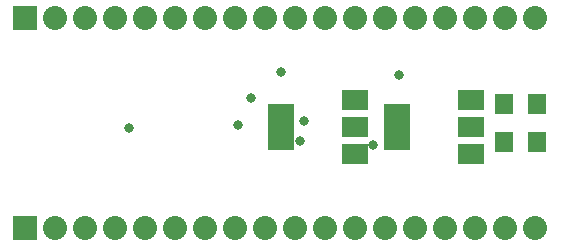
<source format=gbs>
G75*
%MOIN*%
%OFA0B0*%
%FSLAX25Y25*%
%IPPOS*%
%LPD*%
%AMOC8*
5,1,8,0,0,1.08239X$1,22.5*
%
%ADD10R,0.08500X0.06500*%
%ADD11R,0.08500X0.15600*%
%ADD12R,0.08000X0.08000*%
%ADD13C,0.08000*%
%ADD14R,0.06112X0.06899*%
%ADD15C,0.03300*%
D10*
X0121150Y0031900D03*
X0121150Y0040900D03*
X0121150Y0049900D03*
X0159900Y0049900D03*
X0159900Y0040900D03*
X0159900Y0031900D03*
D11*
X0135100Y0041000D03*
X0096350Y0041000D03*
D12*
X0011250Y0007250D03*
X0011250Y0077250D03*
D13*
X0021250Y0077250D03*
X0031250Y0077250D03*
X0041250Y0077250D03*
X0051250Y0077250D03*
X0061250Y0077250D03*
X0071250Y0077250D03*
X0081250Y0077250D03*
X0091250Y0077250D03*
X0101250Y0077250D03*
X0111250Y0077250D03*
X0121250Y0077250D03*
X0131250Y0077250D03*
X0141250Y0077250D03*
X0151250Y0077250D03*
X0161250Y0077250D03*
X0171250Y0077250D03*
X0181250Y0077250D03*
X0181250Y0007250D03*
X0171250Y0007250D03*
X0161250Y0007250D03*
X0151250Y0007250D03*
X0141250Y0007250D03*
X0131250Y0007250D03*
X0121250Y0007250D03*
X0111250Y0007250D03*
X0101250Y0007250D03*
X0091250Y0007250D03*
X0081250Y0007250D03*
X0071250Y0007250D03*
X0061250Y0007250D03*
X0051250Y0007250D03*
X0041250Y0007250D03*
X0031250Y0007250D03*
X0021250Y0007250D03*
D14*
X0170738Y0036000D03*
X0181762Y0036000D03*
X0181762Y0048500D03*
X0170738Y0048500D03*
D15*
X0135900Y0058200D03*
X0104000Y0042800D03*
X0102900Y0036200D03*
X0082000Y0041700D03*
X0086400Y0050500D03*
X0096300Y0059300D03*
X0045700Y0040600D03*
X0127100Y0035100D03*
M02*

</source>
